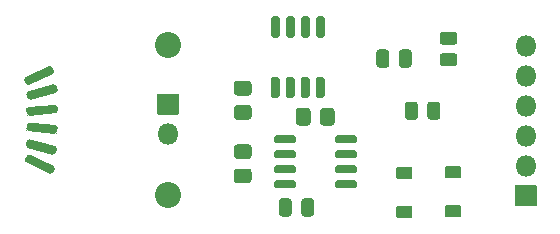
<source format=gbr>
G04 #@! TF.GenerationSoftware,KiCad,Pcbnew,(5.1.7)-1*
G04 #@! TF.CreationDate,2021-02-01T17:00:47-08:00*
G04 #@! TF.ProjectId,Conductivity_Sensor_v2,436f6e64-7563-4746-9976-6974795f5365,rev?*
G04 #@! TF.SameCoordinates,Original*
G04 #@! TF.FileFunction,Soldermask,Top*
G04 #@! TF.FilePolarity,Negative*
%FSLAX46Y46*%
G04 Gerber Fmt 4.6, Leading zero omitted, Abs format (unit mm)*
G04 Created by KiCad (PCBNEW (5.1.7)-1) date 2021-02-01 17:00:47*
%MOMM*%
%LPD*%
G01*
G04 APERTURE LIST*
%ADD10O,1.802000X1.802000*%
%ADD11C,2.202000*%
%ADD12C,0.100000*%
G04 APERTURE END LIST*
G36*
G01*
X138525124Y-53968900D02*
X137572876Y-53968900D01*
G75*
G02*
X137298000Y-53694024I0J274876D01*
G01*
X137298000Y-53116776D01*
G75*
G02*
X137572876Y-52841900I274876J0D01*
G01*
X138525124Y-52841900D01*
G75*
G02*
X138800000Y-53116776I0J-274876D01*
G01*
X138800000Y-53694024D01*
G75*
G02*
X138525124Y-53968900I-274876J0D01*
G01*
G37*
G36*
G01*
X138525124Y-55793900D02*
X137572876Y-55793900D01*
G75*
G02*
X137298000Y-55519024I0J274876D01*
G01*
X137298000Y-54941776D01*
G75*
G02*
X137572876Y-54666900I274876J0D01*
G01*
X138525124Y-54666900D01*
G75*
G02*
X138800000Y-54941776I0J-274876D01*
G01*
X138800000Y-55519024D01*
G75*
G02*
X138525124Y-55793900I-274876J0D01*
G01*
G37*
D10*
X144602200Y-54038500D03*
X144602200Y-56578500D03*
X144602200Y-59118500D03*
X144602200Y-61658500D03*
X144602200Y-64198500D03*
G36*
G01*
X143701200Y-67588500D02*
X143701200Y-65888500D01*
G75*
G02*
X143752200Y-65837500I51000J0D01*
G01*
X145452200Y-65837500D01*
G75*
G02*
X145503200Y-65888500I0J-51000D01*
G01*
X145503200Y-67588500D01*
G75*
G02*
X145452200Y-67639500I-51000J0D01*
G01*
X143752200Y-67639500D01*
G75*
G02*
X143701200Y-67588500I0J51000D01*
G01*
G37*
G36*
G01*
X136253400Y-60050800D02*
X136253400Y-59049800D01*
G75*
G02*
X136528900Y-58774300I275500J0D01*
G01*
X137079900Y-58774300D01*
G75*
G02*
X137355400Y-59049800I0J-275500D01*
G01*
X137355400Y-60050800D01*
G75*
G02*
X137079900Y-60326300I-275500J0D01*
G01*
X136528900Y-60326300D01*
G75*
G02*
X136253400Y-60050800I0J275500D01*
G01*
G37*
G36*
G01*
X134353400Y-60050800D02*
X134353400Y-59049800D01*
G75*
G02*
X134628900Y-58774300I275500J0D01*
G01*
X135179900Y-58774300D01*
G75*
G02*
X135455400Y-59049800I0J-275500D01*
G01*
X135455400Y-60050800D01*
G75*
G02*
X135179900Y-60326300I-275500J0D01*
G01*
X134628900Y-60326300D01*
G75*
G02*
X134353400Y-60050800I0J275500D01*
G01*
G37*
G36*
G01*
X124772200Y-67228600D02*
X124772200Y-68229600D01*
G75*
G02*
X124496700Y-68505100I-275500J0D01*
G01*
X123945700Y-68505100D01*
G75*
G02*
X123670200Y-68229600I0J275500D01*
G01*
X123670200Y-67228600D01*
G75*
G02*
X123945700Y-66953100I275500J0D01*
G01*
X124496700Y-66953100D01*
G75*
G02*
X124772200Y-67228600I0J-275500D01*
G01*
G37*
G36*
G01*
X126672200Y-67228600D02*
X126672200Y-68229600D01*
G75*
G02*
X126396700Y-68505100I-275500J0D01*
G01*
X125845700Y-68505100D01*
G75*
G02*
X125570200Y-68229600I0J275500D01*
G01*
X125570200Y-67228600D01*
G75*
G02*
X125845700Y-66953100I275500J0D01*
G01*
X126396700Y-66953100D01*
G75*
G02*
X126672200Y-67228600I0J-275500D01*
G01*
G37*
G36*
G01*
X133835400Y-55631200D02*
X133835400Y-54630200D01*
G75*
G02*
X134110900Y-54354700I275500J0D01*
G01*
X134661900Y-54354700D01*
G75*
G02*
X134937400Y-54630200I0J-275500D01*
G01*
X134937400Y-55631200D01*
G75*
G02*
X134661900Y-55906700I-275500J0D01*
G01*
X134110900Y-55906700D01*
G75*
G02*
X133835400Y-55631200I0J275500D01*
G01*
G37*
G36*
G01*
X131935400Y-55631200D02*
X131935400Y-54630200D01*
G75*
G02*
X132210900Y-54354700I275500J0D01*
G01*
X132761900Y-54354700D01*
G75*
G02*
X133037400Y-54630200I0J-275500D01*
G01*
X133037400Y-55631200D01*
G75*
G02*
X132761900Y-55906700I-275500J0D01*
G01*
X132210900Y-55906700D01*
G75*
G02*
X131935400Y-55631200I0J275500D01*
G01*
G37*
G36*
G01*
X104316011Y-64885886D02*
X102255520Y-63925063D01*
G75*
G02*
X102166400Y-63680209I77867J166987D01*
G01*
X102322135Y-63346234D01*
G75*
G02*
X102566989Y-63257114I166987J-77867D01*
G01*
X104627480Y-64217937D01*
G75*
G02*
X104716600Y-64462791I-77867J-166987D01*
G01*
X104560865Y-64796766D01*
G75*
G02*
X104316011Y-64885886I-166987J77867D01*
G01*
G37*
G36*
G01*
X104571142Y-63261156D02*
X102375109Y-62672731D01*
G75*
G02*
X102244824Y-62447072I47687J177972D01*
G01*
X102340199Y-62091129D01*
G75*
G02*
X102565858Y-61960844I177972J-47687D01*
G01*
X104761891Y-62549269D01*
G75*
G02*
X104892176Y-62774928I-47687J-177972D01*
G01*
X104796801Y-63130871D01*
G75*
G02*
X104571142Y-63261156I-177972J47687D01*
G01*
G37*
G36*
G01*
X104825391Y-58037231D02*
X102629358Y-58625656D01*
G75*
G02*
X102403699Y-58495371I-47687J177972D01*
G01*
X102308324Y-58139428D01*
G75*
G02*
X102438609Y-57913769I177972J47687D01*
G01*
X104634642Y-57325344D01*
G75*
G02*
X104860301Y-57455629I47687J-177972D01*
G01*
X104955676Y-57811572D01*
G75*
G02*
X104825391Y-58037231I-177972J-47687D01*
G01*
G37*
G36*
G01*
X104563980Y-56432063D02*
X102503489Y-57392886D01*
G75*
G02*
X102258635Y-57303766I-77867J166987D01*
G01*
X102102900Y-56969791D01*
G75*
G02*
X102192020Y-56724937I166987J77867D01*
G01*
X104252511Y-55764114D01*
G75*
G02*
X104497365Y-55853234I77867J-166987D01*
G01*
X104653100Y-56187209D01*
G75*
G02*
X104563980Y-56432063I-166987J-77867D01*
G01*
G37*
G36*
G01*
X104796541Y-59767524D02*
X102531692Y-59965672D01*
G75*
G02*
X102332085Y-59798181I-16058J183549D01*
G01*
X102299968Y-59431083D01*
G75*
G02*
X102467459Y-59231476I183549J16058D01*
G01*
X104732308Y-59033328D01*
G75*
G02*
X104931915Y-59200819I16058J-183549D01*
G01*
X104964032Y-59567917D01*
G75*
G02*
X104796541Y-59767524I-183549J-16058D01*
G01*
G37*
G36*
G01*
X104732308Y-61489672D02*
X102467459Y-61291524D01*
G75*
G02*
X102299968Y-61091917I16058J183549D01*
G01*
X102332085Y-60724819D01*
G75*
G02*
X102531692Y-60557328I183549J-16058D01*
G01*
X104796541Y-60755476D01*
G75*
G02*
X104964032Y-60955083I-16058J-183549D01*
G01*
X104931915Y-61322181D01*
G75*
G02*
X104732308Y-61489672I-183549J16058D01*
G01*
G37*
D11*
X114300000Y-66675000D03*
X114300000Y-53975000D03*
D10*
X114300000Y-61531500D03*
G36*
G01*
X113399000Y-59841500D02*
X113399000Y-58141500D01*
G75*
G02*
X113450000Y-58090500I51000J0D01*
G01*
X115150000Y-58090500D01*
G75*
G02*
X115201000Y-58141500I0J-51000D01*
G01*
X115201000Y-59841500D01*
G75*
G02*
X115150000Y-59892500I-51000J0D01*
G01*
X113450000Y-59892500D01*
G75*
G02*
X113399000Y-59841500I0J51000D01*
G01*
G37*
G36*
G01*
X134889800Y-65310100D02*
X133689800Y-65310100D01*
G75*
G02*
X133638800Y-65259100I0J51000D01*
G01*
X133638800Y-64359100D01*
G75*
G02*
X133689800Y-64308100I51000J0D01*
G01*
X134889800Y-64308100D01*
G75*
G02*
X134940800Y-64359100I0J-51000D01*
G01*
X134940800Y-65259100D01*
G75*
G02*
X134889800Y-65310100I-51000J0D01*
G01*
G37*
G36*
G01*
X134889800Y-68610100D02*
X133689800Y-68610100D01*
G75*
G02*
X133638800Y-68559100I0J51000D01*
G01*
X133638800Y-67659100D01*
G75*
G02*
X133689800Y-67608100I51000J0D01*
G01*
X134889800Y-67608100D01*
G75*
G02*
X134940800Y-67659100I0J-51000D01*
G01*
X134940800Y-68559100D01*
G75*
G02*
X134889800Y-68610100I-51000J0D01*
G01*
G37*
G36*
G01*
X137830000Y-64256300D02*
X139030000Y-64256300D01*
G75*
G02*
X139081000Y-64307300I0J-51000D01*
G01*
X139081000Y-65207300D01*
G75*
G02*
X139030000Y-65258300I-51000J0D01*
G01*
X137830000Y-65258300D01*
G75*
G02*
X137779000Y-65207300I0J51000D01*
G01*
X137779000Y-64307300D01*
G75*
G02*
X137830000Y-64256300I51000J0D01*
G01*
G37*
G36*
G01*
X137830000Y-67556300D02*
X139030000Y-67556300D01*
G75*
G02*
X139081000Y-67607300I0J-51000D01*
G01*
X139081000Y-68507300D01*
G75*
G02*
X139030000Y-68558300I-51000J0D01*
G01*
X137830000Y-68558300D01*
G75*
G02*
X137779000Y-68507300I0J51000D01*
G01*
X137779000Y-67607300D01*
G75*
G02*
X137830000Y-67556300I51000J0D01*
G01*
G37*
G36*
G01*
X120145772Y-59060300D02*
X121103428Y-59060300D01*
G75*
G02*
X121375600Y-59332472I0J-272172D01*
G01*
X121375600Y-60040128D01*
G75*
G02*
X121103428Y-60312300I-272172J0D01*
G01*
X120145772Y-60312300D01*
G75*
G02*
X119873600Y-60040128I0J272172D01*
G01*
X119873600Y-59332472D01*
G75*
G02*
X120145772Y-59060300I272172J0D01*
G01*
G37*
G36*
G01*
X120145284Y-57010300D02*
X121103916Y-57010300D01*
G75*
G02*
X121375600Y-57281984I0J-271684D01*
G01*
X121375600Y-57990616D01*
G75*
G02*
X121103916Y-58262300I-271684J0D01*
G01*
X120145284Y-58262300D01*
G75*
G02*
X119873600Y-57990616I0J271684D01*
G01*
X119873600Y-57281984D01*
G75*
G02*
X120145284Y-57010300I271684J0D01*
G01*
G37*
G36*
G01*
X120145772Y-62395100D02*
X121103428Y-62395100D01*
G75*
G02*
X121375600Y-62667272I0J-272172D01*
G01*
X121375600Y-63374928D01*
G75*
G02*
X121103428Y-63647100I-272172J0D01*
G01*
X120145772Y-63647100D01*
G75*
G02*
X119873600Y-63374928I0J272172D01*
G01*
X119873600Y-62667272D01*
G75*
G02*
X120145772Y-62395100I272172J0D01*
G01*
G37*
G36*
G01*
X120145772Y-64445100D02*
X121103428Y-64445100D01*
G75*
G02*
X121375600Y-64717272I0J-272172D01*
G01*
X121375600Y-65424928D01*
G75*
G02*
X121103428Y-65697100I-272172J0D01*
G01*
X120145772Y-65697100D01*
G75*
G02*
X119873600Y-65424928I0J272172D01*
G01*
X119873600Y-64717272D01*
G75*
G02*
X120145772Y-64445100I272172J0D01*
G01*
G37*
G36*
G01*
X125111400Y-60537128D02*
X125111400Y-59579472D01*
G75*
G02*
X125383572Y-59307300I272172J0D01*
G01*
X126091228Y-59307300D01*
G75*
G02*
X126363400Y-59579472I0J-272172D01*
G01*
X126363400Y-60537128D01*
G75*
G02*
X126091228Y-60809300I-272172J0D01*
G01*
X125383572Y-60809300D01*
G75*
G02*
X125111400Y-60537128I0J272172D01*
G01*
G37*
G36*
G01*
X127161400Y-60537128D02*
X127161400Y-59579472D01*
G75*
G02*
X127433572Y-59307300I272172J0D01*
G01*
X128141228Y-59307300D01*
G75*
G02*
X128413400Y-59579472I0J-272172D01*
G01*
X128413400Y-60537128D01*
G75*
G02*
X128141228Y-60809300I-272172J0D01*
G01*
X127433572Y-60809300D01*
G75*
G02*
X127161400Y-60537128I0J272172D01*
G01*
G37*
G36*
G01*
X127027700Y-56652700D02*
X127378700Y-56652700D01*
G75*
G02*
X127554200Y-56828200I0J-175500D01*
G01*
X127554200Y-58329200D01*
G75*
G02*
X127378700Y-58504700I-175500J0D01*
G01*
X127027700Y-58504700D01*
G75*
G02*
X126852200Y-58329200I0J175500D01*
G01*
X126852200Y-56828200D01*
G75*
G02*
X127027700Y-56652700I175500J0D01*
G01*
G37*
G36*
G01*
X125757700Y-56652700D02*
X126108700Y-56652700D01*
G75*
G02*
X126284200Y-56828200I0J-175500D01*
G01*
X126284200Y-58329200D01*
G75*
G02*
X126108700Y-58504700I-175500J0D01*
G01*
X125757700Y-58504700D01*
G75*
G02*
X125582200Y-58329200I0J175500D01*
G01*
X125582200Y-56828200D01*
G75*
G02*
X125757700Y-56652700I175500J0D01*
G01*
G37*
G36*
G01*
X124487700Y-56652700D02*
X124838700Y-56652700D01*
G75*
G02*
X125014200Y-56828200I0J-175500D01*
G01*
X125014200Y-58329200D01*
G75*
G02*
X124838700Y-58504700I-175500J0D01*
G01*
X124487700Y-58504700D01*
G75*
G02*
X124312200Y-58329200I0J175500D01*
G01*
X124312200Y-56828200D01*
G75*
G02*
X124487700Y-56652700I175500J0D01*
G01*
G37*
G36*
G01*
X123217700Y-56652700D02*
X123568700Y-56652700D01*
G75*
G02*
X123744200Y-56828200I0J-175500D01*
G01*
X123744200Y-58329200D01*
G75*
G02*
X123568700Y-58504700I-175500J0D01*
G01*
X123217700Y-58504700D01*
G75*
G02*
X123042200Y-58329200I0J175500D01*
G01*
X123042200Y-56828200D01*
G75*
G02*
X123217700Y-56652700I175500J0D01*
G01*
G37*
G36*
G01*
X123217700Y-51502700D02*
X123568700Y-51502700D01*
G75*
G02*
X123744200Y-51678200I0J-175500D01*
G01*
X123744200Y-53179200D01*
G75*
G02*
X123568700Y-53354700I-175500J0D01*
G01*
X123217700Y-53354700D01*
G75*
G02*
X123042200Y-53179200I0J175500D01*
G01*
X123042200Y-51678200D01*
G75*
G02*
X123217700Y-51502700I175500J0D01*
G01*
G37*
G36*
G01*
X124487700Y-51502700D02*
X124838700Y-51502700D01*
G75*
G02*
X125014200Y-51678200I0J-175500D01*
G01*
X125014200Y-53179200D01*
G75*
G02*
X124838700Y-53354700I-175500J0D01*
G01*
X124487700Y-53354700D01*
G75*
G02*
X124312200Y-53179200I0J175500D01*
G01*
X124312200Y-51678200D01*
G75*
G02*
X124487700Y-51502700I175500J0D01*
G01*
G37*
G36*
G01*
X125757700Y-51502700D02*
X126108700Y-51502700D01*
G75*
G02*
X126284200Y-51678200I0J-175500D01*
G01*
X126284200Y-53179200D01*
G75*
G02*
X126108700Y-53354700I-175500J0D01*
G01*
X125757700Y-53354700D01*
G75*
G02*
X125582200Y-53179200I0J175500D01*
G01*
X125582200Y-51678200D01*
G75*
G02*
X125757700Y-51502700I175500J0D01*
G01*
G37*
G36*
G01*
X127027700Y-51502700D02*
X127378700Y-51502700D01*
G75*
G02*
X127554200Y-51678200I0J-175500D01*
G01*
X127554200Y-53179200D01*
G75*
G02*
X127378700Y-53354700I-175500J0D01*
G01*
X127027700Y-53354700D01*
G75*
G02*
X126852200Y-53179200I0J175500D01*
G01*
X126852200Y-51678200D01*
G75*
G02*
X127027700Y-51502700I175500J0D01*
G01*
G37*
G36*
G01*
X128445800Y-62138800D02*
X128445800Y-61787800D01*
G75*
G02*
X128621300Y-61612300I175500J0D01*
G01*
X130122300Y-61612300D01*
G75*
G02*
X130297800Y-61787800I0J-175500D01*
G01*
X130297800Y-62138800D01*
G75*
G02*
X130122300Y-62314300I-175500J0D01*
G01*
X128621300Y-62314300D01*
G75*
G02*
X128445800Y-62138800I0J175500D01*
G01*
G37*
G36*
G01*
X128445800Y-63408800D02*
X128445800Y-63057800D01*
G75*
G02*
X128621300Y-62882300I175500J0D01*
G01*
X130122300Y-62882300D01*
G75*
G02*
X130297800Y-63057800I0J-175500D01*
G01*
X130297800Y-63408800D01*
G75*
G02*
X130122300Y-63584300I-175500J0D01*
G01*
X128621300Y-63584300D01*
G75*
G02*
X128445800Y-63408800I0J175500D01*
G01*
G37*
G36*
G01*
X128445800Y-64678800D02*
X128445800Y-64327800D01*
G75*
G02*
X128621300Y-64152300I175500J0D01*
G01*
X130122300Y-64152300D01*
G75*
G02*
X130297800Y-64327800I0J-175500D01*
G01*
X130297800Y-64678800D01*
G75*
G02*
X130122300Y-64854300I-175500J0D01*
G01*
X128621300Y-64854300D01*
G75*
G02*
X128445800Y-64678800I0J175500D01*
G01*
G37*
G36*
G01*
X128445800Y-65948800D02*
X128445800Y-65597800D01*
G75*
G02*
X128621300Y-65422300I175500J0D01*
G01*
X130122300Y-65422300D01*
G75*
G02*
X130297800Y-65597800I0J-175500D01*
G01*
X130297800Y-65948800D01*
G75*
G02*
X130122300Y-66124300I-175500J0D01*
G01*
X128621300Y-66124300D01*
G75*
G02*
X128445800Y-65948800I0J175500D01*
G01*
G37*
G36*
G01*
X123295800Y-65948800D02*
X123295800Y-65597800D01*
G75*
G02*
X123471300Y-65422300I175500J0D01*
G01*
X124972300Y-65422300D01*
G75*
G02*
X125147800Y-65597800I0J-175500D01*
G01*
X125147800Y-65948800D01*
G75*
G02*
X124972300Y-66124300I-175500J0D01*
G01*
X123471300Y-66124300D01*
G75*
G02*
X123295800Y-65948800I0J175500D01*
G01*
G37*
G36*
G01*
X123295800Y-64678800D02*
X123295800Y-64327800D01*
G75*
G02*
X123471300Y-64152300I175500J0D01*
G01*
X124972300Y-64152300D01*
G75*
G02*
X125147800Y-64327800I0J-175500D01*
G01*
X125147800Y-64678800D01*
G75*
G02*
X124972300Y-64854300I-175500J0D01*
G01*
X123471300Y-64854300D01*
G75*
G02*
X123295800Y-64678800I0J175500D01*
G01*
G37*
G36*
G01*
X123295800Y-63408800D02*
X123295800Y-63057800D01*
G75*
G02*
X123471300Y-62882300I175500J0D01*
G01*
X124972300Y-62882300D01*
G75*
G02*
X125147800Y-63057800I0J-175500D01*
G01*
X125147800Y-63408800D01*
G75*
G02*
X124972300Y-63584300I-175500J0D01*
G01*
X123471300Y-63584300D01*
G75*
G02*
X123295800Y-63408800I0J175500D01*
G01*
G37*
G36*
G01*
X123295800Y-62138800D02*
X123295800Y-61787800D01*
G75*
G02*
X123471300Y-61612300I175500J0D01*
G01*
X124972300Y-61612300D01*
G75*
G02*
X125147800Y-61787800I0J-175500D01*
G01*
X125147800Y-62138800D01*
G75*
G02*
X124972300Y-62314300I-175500J0D01*
G01*
X123471300Y-62314300D01*
G75*
G02*
X123295800Y-62138800I0J175500D01*
G01*
G37*
D12*
G36*
X102301115Y-61090279D02*
G01*
X102301968Y-61091895D01*
X102302360Y-61127816D01*
X102309712Y-61162778D01*
X102323740Y-61195628D01*
X102343911Y-61225115D01*
X102369451Y-61250103D01*
X102399369Y-61269625D01*
X102432519Y-61282934D01*
X102467739Y-61289541D01*
X104732379Y-61487671D01*
X104768207Y-61487280D01*
X104803169Y-61479928D01*
X104836019Y-61465900D01*
X104865506Y-61445729D01*
X104890494Y-61420189D01*
X104910016Y-61390271D01*
X104923325Y-61357122D01*
X104929949Y-61321812D01*
X104931252Y-61320294D01*
X104933217Y-61320663D01*
X104933907Y-61322355D01*
X104928996Y-61378494D01*
X104928970Y-61378689D01*
X104923451Y-61408105D01*
X104923341Y-61408481D01*
X104914495Y-61430514D01*
X104914314Y-61430862D01*
X104901335Y-61450754D01*
X104901090Y-61451060D01*
X104884480Y-61468036D01*
X104884179Y-61468288D01*
X104864582Y-61481694D01*
X104864238Y-61481882D01*
X104842393Y-61491211D01*
X104842020Y-61491329D01*
X104818786Y-61496214D01*
X104818396Y-61496257D01*
X104788465Y-61496584D01*
X104788269Y-61496576D01*
X102411146Y-61288605D01*
X102410951Y-61288579D01*
X102381537Y-61283061D01*
X102381161Y-61282951D01*
X102359125Y-61274104D01*
X102358777Y-61273923D01*
X102338887Y-61260944D01*
X102338581Y-61260699D01*
X102321605Y-61244089D01*
X102321353Y-61243788D01*
X102307947Y-61224191D01*
X102307759Y-61223847D01*
X102298430Y-61202002D01*
X102298312Y-61201629D01*
X102293427Y-61178395D01*
X102293384Y-61178005D01*
X102293057Y-61148075D01*
X102293065Y-61147879D01*
X102297976Y-61091743D01*
X102299123Y-61090104D01*
X102301115Y-61090279D01*
G37*
G36*
X102475731Y-60550424D02*
G01*
X104852854Y-60758395D01*
X104853049Y-60758421D01*
X104882463Y-60763939D01*
X104882839Y-60764049D01*
X104904875Y-60772896D01*
X104905223Y-60773077D01*
X104925113Y-60786056D01*
X104925419Y-60786301D01*
X104942395Y-60802911D01*
X104942647Y-60803212D01*
X104956053Y-60822809D01*
X104956241Y-60823153D01*
X104965570Y-60844998D01*
X104965688Y-60845371D01*
X104970573Y-60868605D01*
X104970616Y-60868995D01*
X104970943Y-60898925D01*
X104970935Y-60899121D01*
X104966024Y-60955255D01*
X104964877Y-60956894D01*
X104962885Y-60956719D01*
X104962032Y-60955103D01*
X104961640Y-60919184D01*
X104954288Y-60884222D01*
X104940260Y-60851372D01*
X104920089Y-60821885D01*
X104894549Y-60796897D01*
X104864631Y-60777375D01*
X104831481Y-60764066D01*
X104796261Y-60757459D01*
X102531621Y-60559329D01*
X102495793Y-60559720D01*
X102460831Y-60567072D01*
X102427981Y-60581100D01*
X102398494Y-60601271D01*
X102373506Y-60626811D01*
X102353984Y-60656729D01*
X102340675Y-60689878D01*
X102334051Y-60725188D01*
X102332748Y-60726706D01*
X102330783Y-60726337D01*
X102330093Y-60724645D01*
X102335004Y-60668506D01*
X102335030Y-60668311D01*
X102340549Y-60638895D01*
X102340659Y-60638519D01*
X102349505Y-60616486D01*
X102349686Y-60616138D01*
X102362665Y-60596246D01*
X102362910Y-60595940D01*
X102379520Y-60578964D01*
X102379821Y-60578712D01*
X102399418Y-60565306D01*
X102399762Y-60565118D01*
X102421607Y-60555789D01*
X102421980Y-60555671D01*
X102445214Y-60550786D01*
X102445604Y-60550743D01*
X102475535Y-60550416D01*
X102475731Y-60550424D01*
G37*
G36*
X104818396Y-59026743D02*
G01*
X104818786Y-59026786D01*
X104842020Y-59031671D01*
X104842393Y-59031789D01*
X104864238Y-59041118D01*
X104864582Y-59041306D01*
X104884179Y-59054712D01*
X104884480Y-59054964D01*
X104901090Y-59071940D01*
X104901335Y-59072246D01*
X104914314Y-59092136D01*
X104914495Y-59092484D01*
X104923342Y-59114520D01*
X104923452Y-59114896D01*
X104928970Y-59144311D01*
X104928996Y-59144506D01*
X104933907Y-59200645D01*
X104935815Y-59222448D01*
X104936313Y-59228142D01*
X104937019Y-59236213D01*
X104937172Y-59237962D01*
X104937502Y-59241732D01*
X104938276Y-59250578D01*
X104939411Y-59263557D01*
X104939781Y-59267786D01*
X104940076Y-59271157D01*
X104940780Y-59279200D01*
X104942286Y-59296417D01*
X104942579Y-59299764D01*
X104943223Y-59307126D01*
X104943614Y-59311591D01*
X104944490Y-59321609D01*
X104944614Y-59323024D01*
X104944894Y-59326229D01*
X104945036Y-59327844D01*
X104945425Y-59332298D01*
X104946238Y-59341591D01*
X104946523Y-59344843D01*
X104947236Y-59352995D01*
X104947800Y-59359446D01*
X104948424Y-59366577D01*
X104949141Y-59374773D01*
X104949572Y-59379696D01*
X104950197Y-59386843D01*
X104950893Y-59394792D01*
X104951088Y-59397023D01*
X104953806Y-59428087D01*
X104954053Y-59430909D01*
X104954053Y-59430910D01*
X104954127Y-59431761D01*
X104957424Y-59469448D01*
X104957922Y-59475142D01*
X104961391Y-59514786D01*
X104962389Y-59526200D01*
X104963839Y-59542768D01*
X104963864Y-59543054D01*
X104966024Y-59567743D01*
X104970935Y-59623879D01*
X104970943Y-59624075D01*
X104970616Y-59654005D01*
X104970573Y-59654395D01*
X104965688Y-59677629D01*
X104965570Y-59678002D01*
X104956241Y-59699847D01*
X104956053Y-59700191D01*
X104942647Y-59719788D01*
X104942395Y-59720089D01*
X104925419Y-59736699D01*
X104925113Y-59736944D01*
X104905221Y-59749923D01*
X104904873Y-59750104D01*
X104882841Y-59758950D01*
X104882465Y-59759060D01*
X104853047Y-59764579D01*
X104852852Y-59764605D01*
X102475731Y-59972576D01*
X102475535Y-59972584D01*
X102445604Y-59972257D01*
X102445214Y-59972214D01*
X102421980Y-59967329D01*
X102421607Y-59967211D01*
X102399762Y-59957882D01*
X102399418Y-59957694D01*
X102379821Y-59944288D01*
X102379520Y-59944036D01*
X102362910Y-59927060D01*
X102362665Y-59926754D01*
X102349686Y-59906864D01*
X102349505Y-59906516D01*
X102340658Y-59884480D01*
X102340548Y-59884104D01*
X102335030Y-59854689D01*
X102335004Y-59854494D01*
X102330093Y-59798355D01*
X102326981Y-59762787D01*
X102326828Y-59761038D01*
X102326498Y-59757268D01*
X102325724Y-59748422D01*
X102324589Y-59735443D01*
X102323924Y-59727843D01*
X102321714Y-59702583D01*
X102321421Y-59699236D01*
X102320636Y-59690262D01*
X102320602Y-59689880D01*
X102320602Y-59689878D01*
X102319510Y-59677391D01*
X102319106Y-59672771D01*
X102317477Y-59654157D01*
X102316200Y-59639554D01*
X102314859Y-59624227D01*
X102313107Y-59604208D01*
X102310958Y-59579646D01*
X102309947Y-59568091D01*
X102307787Y-59543402D01*
X102307762Y-59543116D01*
X102306313Y-59526548D01*
X102305314Y-59515134D01*
X102301846Y-59475490D01*
X102301348Y-59469796D01*
X102298051Y-59432109D01*
X102297976Y-59431258D01*
X102297976Y-59431257D01*
X102297955Y-59431011D01*
X102301969Y-59431011D01*
X102302035Y-59431760D01*
X102302035Y-59431761D01*
X102305332Y-59469448D01*
X102305830Y-59475142D01*
X102309298Y-59514786D01*
X102310297Y-59526200D01*
X102311746Y-59542768D01*
X102311771Y-59543054D01*
X102313931Y-59567743D01*
X102314942Y-59579298D01*
X102317091Y-59603860D01*
X102318843Y-59623879D01*
X102320184Y-59639206D01*
X102321461Y-59653809D01*
X102323090Y-59672423D01*
X102323494Y-59677043D01*
X102324586Y-59689528D01*
X102324620Y-59689912D01*
X102324620Y-59689914D01*
X102325405Y-59698888D01*
X102325698Y-59702235D01*
X102327908Y-59727495D01*
X102328573Y-59735095D01*
X102329708Y-59748074D01*
X102330482Y-59756920D01*
X102330812Y-59760690D01*
X102330965Y-59762439D01*
X102334068Y-59797901D01*
X102340675Y-59833121D01*
X102353984Y-59866271D01*
X102373506Y-59896189D01*
X102398494Y-59921729D01*
X102427981Y-59941900D01*
X102460831Y-59955928D01*
X102495793Y-59963280D01*
X102531621Y-59963671D01*
X104796261Y-59765541D01*
X104831482Y-59758934D01*
X104864631Y-59745625D01*
X104894549Y-59726103D01*
X104920089Y-59701115D01*
X104940260Y-59671628D01*
X104954288Y-59638778D01*
X104961640Y-59603816D01*
X104962031Y-59567988D01*
X104959880Y-59543402D01*
X104959855Y-59543116D01*
X104958405Y-59526548D01*
X104957407Y-59515134D01*
X104953938Y-59475490D01*
X104953440Y-59469796D01*
X104950143Y-59432109D01*
X104950143Y-59432108D01*
X104950069Y-59431256D01*
X104949822Y-59428435D01*
X104947104Y-59397371D01*
X104946909Y-59395140D01*
X104946213Y-59387191D01*
X104945588Y-59380044D01*
X104945157Y-59375121D01*
X104944440Y-59366925D01*
X104943816Y-59359794D01*
X104943252Y-59353343D01*
X104942539Y-59345191D01*
X104942254Y-59341939D01*
X104941441Y-59332646D01*
X104941052Y-59328192D01*
X104940910Y-59326577D01*
X104940630Y-59323372D01*
X104940506Y-59321957D01*
X104939630Y-59311939D01*
X104939239Y-59307474D01*
X104938595Y-59300112D01*
X104938302Y-59296765D01*
X104936796Y-59279548D01*
X104936092Y-59271505D01*
X104935797Y-59268134D01*
X104935427Y-59263905D01*
X104934292Y-59250926D01*
X104933518Y-59242080D01*
X104933188Y-59238310D01*
X104933035Y-59236561D01*
X104932329Y-59228490D01*
X104931831Y-59222796D01*
X104929932Y-59201099D01*
X104923325Y-59165879D01*
X104910016Y-59132729D01*
X104890494Y-59102811D01*
X104865506Y-59077271D01*
X104836019Y-59057100D01*
X104803169Y-59043072D01*
X104768207Y-59035720D01*
X104732379Y-59035329D01*
X102467739Y-59233459D01*
X102432518Y-59240066D01*
X102399369Y-59253375D01*
X102369451Y-59272897D01*
X102343911Y-59297885D01*
X102323740Y-59327372D01*
X102309712Y-59360222D01*
X102302360Y-59395184D01*
X102301969Y-59431011D01*
X102297955Y-59431011D01*
X102293065Y-59375121D01*
X102293057Y-59374925D01*
X102293384Y-59344995D01*
X102293427Y-59344605D01*
X102298312Y-59321371D01*
X102298430Y-59320998D01*
X102307759Y-59299153D01*
X102307947Y-59298809D01*
X102321353Y-59279212D01*
X102321605Y-59278911D01*
X102338581Y-59262301D01*
X102338887Y-59262056D01*
X102358779Y-59249077D01*
X102359127Y-59248896D01*
X102381159Y-59240050D01*
X102381535Y-59239940D01*
X102410953Y-59234421D01*
X102411148Y-59234395D01*
X104788269Y-59026424D01*
X104788465Y-59026416D01*
X104818396Y-59026743D01*
G37*
M02*

</source>
